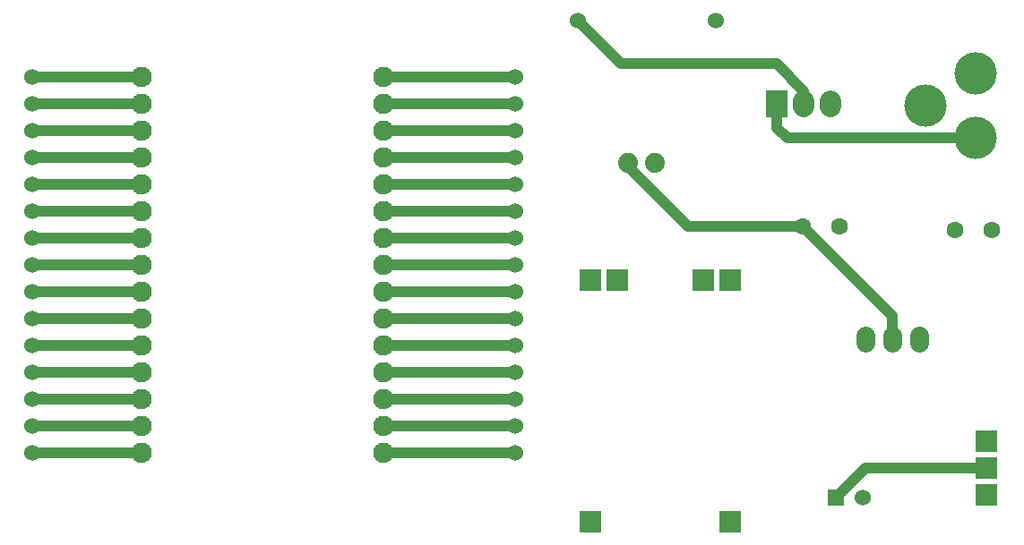
<source format=gtl>
G04 Layer: TopLayer*
G04 EasyEDA v6.4.0, 2020-07-10T11:57:04+05:30*
G04 10c5ef2ce51e4c2f8f143787e658d517,b6e8962e620740079bb188d2402746ea,10*
G04 Gerber Generator version 0.2*
G04 Scale: 100 percent, Rotated: No, Reflected: No *
G04 Dimensions in inches *
G04 leading zeros omitted , absolute positions ,2 integer and 4 decimal *
%FSLAX24Y24*%
%MOIN*%
G90*
G70D02*

%ADD11C,0.040000*%
%ADD12C,0.060000*%
%ADD13R,0.080000X0.080000*%
%ADD14C,0.074000*%
%ADD15R,0.078740X0.078740*%
%ADD17C,0.076000*%
%ADD18C,0.157480*%
%ADD19C,0.062992*%
%ADD20R,0.060000X0.060000*%
%ADD21C,0.070866*%
%ADD22C,0.078740*%

%LPD*%
G54D11*
G01X14900Y3600D02*
G01X19800Y3600D01*
G01X14900Y4600D02*
G01X19800Y4600D01*
G01X14900Y5600D02*
G01X19800Y5600D01*
G01X14900Y6600D02*
G01X19800Y6600D01*
G01X14900Y7600D02*
G01X19800Y7600D01*
G01X14900Y8600D02*
G01X19800Y8600D01*
G01X14900Y9600D02*
G01X19800Y9600D01*
G01X14900Y10600D02*
G01X19800Y10600D01*
G01X14900Y11600D02*
G01X19800Y11600D01*
G01X14900Y12600D02*
G01X19800Y12600D01*
G01X14900Y13600D02*
G01X19800Y13600D01*
G01X14900Y14600D02*
G01X19800Y14600D01*
G01X14900Y15600D02*
G01X19800Y15600D01*
G01X5900Y3600D02*
G01X1850Y3600D01*
G01X5900Y4600D02*
G01X1850Y4600D01*
G01X5900Y5600D02*
G01X1850Y5600D01*
G01X5900Y6600D02*
G01X1850Y6600D01*
G01X5900Y7600D02*
G01X1850Y7600D01*
G01X5900Y8600D02*
G01X1850Y8600D01*
G01X5900Y9600D02*
G01X1850Y9600D01*
G01X5900Y10600D02*
G01X1850Y10600D01*
G01X5900Y11600D02*
G01X1850Y11600D01*
G01X5900Y12600D02*
G01X1850Y12600D01*
G01X5900Y13600D02*
G01X1850Y13600D01*
G01X5900Y14600D02*
G01X1850Y14600D01*
G01X5900Y15600D02*
G01X1850Y15600D01*
G01X5900Y16600D02*
G01X1850Y16600D01*
G01X5900Y17600D02*
G01X1850Y17600D01*
G01X36950Y15330D02*
G01X29927Y15330D01*
G01X29550Y15707D01*
G01X29550Y16600D02*
G01X29550Y15707D01*
G01X31750Y1950D02*
G01X32850Y3050D01*
G01X37350Y3050D01*
G01X14900Y16600D02*
G01X19800Y16600D01*
G01X30550Y16600D02*
G01X30550Y17080D01*
G01X29540Y18090D01*
G01X23750Y18090D01*
G01X22140Y19700D01*
G01X14900Y17600D02*
G01X19800Y17600D01*
G01X30510Y12050D02*
G01X26235Y12050D01*
G01X24000Y14286D01*
G01X24000Y14400D01*
G01X33850Y7850D02*
G01X33850Y8711D01*
G01X30510Y12050D01*
G54D12*
G01X19800Y3600D03*
G01X19800Y4600D03*
G01X19800Y5600D03*
G01X19800Y6600D03*
G01X19800Y7600D03*
G01X19800Y8600D03*
G01X19800Y9600D03*
G01X19800Y10600D03*
G01X19800Y11600D03*
G01X19800Y12600D03*
G01X19800Y13600D03*
G01X19800Y14600D03*
G01X19800Y15600D03*
G01X19800Y16600D03*
G01X19800Y17600D03*
G01X1850Y3600D03*
G01X1850Y4600D03*
G01X1850Y5600D03*
G01X1850Y6600D03*
G01X1850Y7600D03*
G01X1850Y8600D03*
G01X1850Y9600D03*
G01X1850Y10600D03*
G01X1850Y11600D03*
G01X1850Y12600D03*
G01X1850Y13600D03*
G01X1850Y14600D03*
G01X1850Y15600D03*
G01X1850Y16600D03*
G01X1850Y17600D03*
G54D13*
G01X37350Y4050D03*
G01X37350Y3050D03*
G01X37350Y2050D03*
G54D14*
G01X24000Y14400D03*
G01X25000Y14400D03*
G54D15*
G01X22600Y1050D03*
G01X27800Y1050D03*
G01X23600Y10050D03*
G01X26800Y10050D03*
G01X22600Y10050D03*
G01X27800Y10050D03*
G36*
G01X29156Y17092D02*
G01X29943Y17092D01*
G01X29943Y16107D01*
G01X29156Y16107D01*
G01X29156Y17092D01*
G37*
G54D17*
G01X14900Y3600D03*
G01X14900Y4600D03*
G01X14900Y5600D03*
G01X14900Y6600D03*
G01X14900Y7600D03*
G01X14900Y8600D03*
G01X14900Y9600D03*
G01X14900Y10600D03*
G01X14900Y11600D03*
G01X14900Y12600D03*
G01X14900Y13600D03*
G01X14900Y14600D03*
G01X14900Y15600D03*
G01X14900Y16600D03*
G01X14900Y17600D03*
G01X5900Y3600D03*
G01X5900Y4600D03*
G01X5900Y5600D03*
G01X5900Y6600D03*
G01X5900Y7600D03*
G01X5900Y8600D03*
G01X5900Y9600D03*
G01X5900Y10600D03*
G01X5900Y11600D03*
G01X5900Y12600D03*
G01X5900Y13600D03*
G01X5900Y14600D03*
G01X5900Y15600D03*
G01X5900Y16600D03*
G01X5900Y17600D03*
G54D18*
G01X36950Y15330D03*
G01X36950Y17730D03*
G01X35060Y16550D03*
G54D12*
G01X27259Y19700D03*
G01X22140Y19700D03*
G54D19*
G01X31889Y12050D03*
G01X30510Y12050D03*
G01X37539Y11900D03*
G01X36160Y11900D03*
G54D20*
G01X31750Y1950D03*
G54D12*
G01X32750Y1950D03*
G54D21*
G01X34850Y7712D02*
G01X34850Y7987D01*
G01X33850Y7712D02*
G01X33850Y7987D01*
G01X32850Y7712D02*
G01X32850Y7987D01*
G54D22*
G01X30550Y16698D02*
G01X30550Y16501D01*
G01X31550Y16698D02*
G01X31550Y16501D01*
M00*
M02*

</source>
